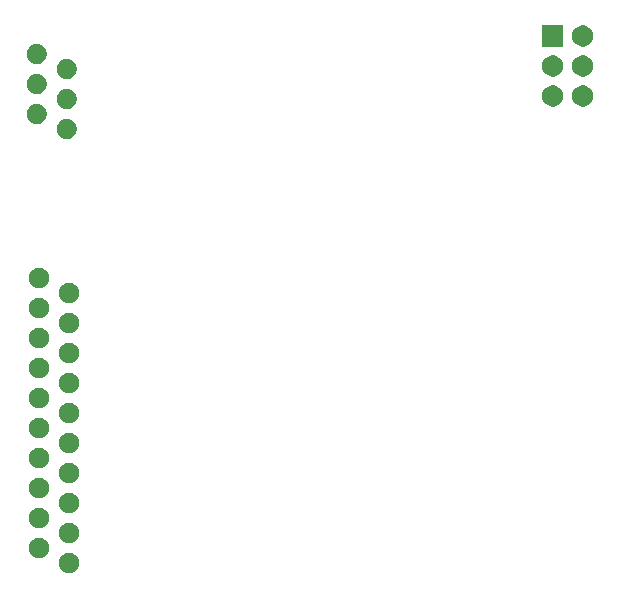
<source format=gbs>
G04 #@! TF.GenerationSoftware,KiCad,Pcbnew,5.0.2-bee76a0~70~ubuntu18.04.1*
G04 #@! TF.CreationDate,2019-04-03T21:09:33-04:00*
G04 #@! TF.ProjectId,Brakelight_Shutdown_BSPD,4272616b-656c-4696-9768-745f53687574,rev?*
G04 #@! TF.SameCoordinates,Original*
G04 #@! TF.FileFunction,Soldermask,Bot*
G04 #@! TF.FilePolarity,Negative*
%FSLAX46Y46*%
G04 Gerber Fmt 4.6, Leading zero omitted, Abs format (unit mm)*
G04 Created by KiCad (PCBNEW 5.0.2-bee76a0~70~ubuntu18.04.1) date Wed 03 Apr 2019 09:09:33 PM EDT*
%MOMM*%
%LPD*%
G01*
G04 APERTURE LIST*
%ADD10C,2.000000*%
G04 APERTURE END LIST*
D10*
G36*
X167887934Y-97023464D02*
X168042627Y-97087540D01*
X168181847Y-97180564D01*
X168300236Y-97298953D01*
X168393260Y-97438173D01*
X168457336Y-97592866D01*
X168490000Y-97757081D01*
X168490000Y-97924519D01*
X168457336Y-98088734D01*
X168393260Y-98243427D01*
X168300236Y-98382647D01*
X168181847Y-98501036D01*
X168042627Y-98594060D01*
X167887934Y-98658136D01*
X167723719Y-98690800D01*
X167556281Y-98690800D01*
X167392066Y-98658136D01*
X167237373Y-98594060D01*
X167098153Y-98501036D01*
X166979764Y-98382647D01*
X166886740Y-98243427D01*
X166822664Y-98088734D01*
X166790000Y-97924519D01*
X166790000Y-97757081D01*
X166822664Y-97592866D01*
X166886740Y-97438173D01*
X166979764Y-97298953D01*
X167098153Y-97180564D01*
X167237373Y-97087540D01*
X167392066Y-97023464D01*
X167556281Y-96990800D01*
X167723719Y-96990800D01*
X167887934Y-97023464D01*
X167887934Y-97023464D01*
G37*
G36*
X165347934Y-95753464D02*
X165502627Y-95817540D01*
X165641847Y-95910564D01*
X165760236Y-96028953D01*
X165853260Y-96168173D01*
X165917336Y-96322866D01*
X165950000Y-96487081D01*
X165950000Y-96654519D01*
X165917336Y-96818734D01*
X165853260Y-96973427D01*
X165760236Y-97112647D01*
X165641847Y-97231036D01*
X165502627Y-97324060D01*
X165347934Y-97388136D01*
X165183719Y-97420800D01*
X165016281Y-97420800D01*
X164852066Y-97388136D01*
X164697373Y-97324060D01*
X164558153Y-97231036D01*
X164439764Y-97112647D01*
X164346740Y-96973427D01*
X164282664Y-96818734D01*
X164250000Y-96654519D01*
X164250000Y-96487081D01*
X164282664Y-96322866D01*
X164346740Y-96168173D01*
X164439764Y-96028953D01*
X164558153Y-95910564D01*
X164697373Y-95817540D01*
X164852066Y-95753464D01*
X165016281Y-95720800D01*
X165183719Y-95720800D01*
X165347934Y-95753464D01*
X165347934Y-95753464D01*
G37*
G36*
X167887934Y-94483464D02*
X168042627Y-94547540D01*
X168181847Y-94640564D01*
X168300236Y-94758953D01*
X168393260Y-94898173D01*
X168457336Y-95052866D01*
X168490000Y-95217081D01*
X168490000Y-95384519D01*
X168457336Y-95548734D01*
X168393260Y-95703427D01*
X168300236Y-95842647D01*
X168181847Y-95961036D01*
X168042627Y-96054060D01*
X167887934Y-96118136D01*
X167723719Y-96150800D01*
X167556281Y-96150800D01*
X167392066Y-96118136D01*
X167237373Y-96054060D01*
X167098153Y-95961036D01*
X166979764Y-95842647D01*
X166886740Y-95703427D01*
X166822664Y-95548734D01*
X166790000Y-95384519D01*
X166790000Y-95217081D01*
X166822664Y-95052866D01*
X166886740Y-94898173D01*
X166979764Y-94758953D01*
X167098153Y-94640564D01*
X167237373Y-94547540D01*
X167392066Y-94483464D01*
X167556281Y-94450800D01*
X167723719Y-94450800D01*
X167887934Y-94483464D01*
X167887934Y-94483464D01*
G37*
G36*
X165347934Y-93213464D02*
X165502627Y-93277540D01*
X165641847Y-93370564D01*
X165760236Y-93488953D01*
X165853260Y-93628173D01*
X165917336Y-93782866D01*
X165950000Y-93947081D01*
X165950000Y-94114519D01*
X165917336Y-94278734D01*
X165853260Y-94433427D01*
X165760236Y-94572647D01*
X165641847Y-94691036D01*
X165502627Y-94784060D01*
X165347934Y-94848136D01*
X165183719Y-94880800D01*
X165016281Y-94880800D01*
X164852066Y-94848136D01*
X164697373Y-94784060D01*
X164558153Y-94691036D01*
X164439764Y-94572647D01*
X164346740Y-94433427D01*
X164282664Y-94278734D01*
X164250000Y-94114519D01*
X164250000Y-93947081D01*
X164282664Y-93782866D01*
X164346740Y-93628173D01*
X164439764Y-93488953D01*
X164558153Y-93370564D01*
X164697373Y-93277540D01*
X164852066Y-93213464D01*
X165016281Y-93180800D01*
X165183719Y-93180800D01*
X165347934Y-93213464D01*
X165347934Y-93213464D01*
G37*
G36*
X167887934Y-91943464D02*
X168042627Y-92007540D01*
X168181847Y-92100564D01*
X168300236Y-92218953D01*
X168393260Y-92358173D01*
X168457336Y-92512866D01*
X168490000Y-92677081D01*
X168490000Y-92844519D01*
X168457336Y-93008734D01*
X168393260Y-93163427D01*
X168300236Y-93302647D01*
X168181847Y-93421036D01*
X168042627Y-93514060D01*
X167887934Y-93578136D01*
X167723719Y-93610800D01*
X167556281Y-93610800D01*
X167392066Y-93578136D01*
X167237373Y-93514060D01*
X167098153Y-93421036D01*
X166979764Y-93302647D01*
X166886740Y-93163427D01*
X166822664Y-93008734D01*
X166790000Y-92844519D01*
X166790000Y-92677081D01*
X166822664Y-92512866D01*
X166886740Y-92358173D01*
X166979764Y-92218953D01*
X167098153Y-92100564D01*
X167237373Y-92007540D01*
X167392066Y-91943464D01*
X167556281Y-91910800D01*
X167723719Y-91910800D01*
X167887934Y-91943464D01*
X167887934Y-91943464D01*
G37*
G36*
X165347934Y-90673464D02*
X165502627Y-90737540D01*
X165641847Y-90830564D01*
X165760236Y-90948953D01*
X165853260Y-91088173D01*
X165917336Y-91242866D01*
X165950000Y-91407081D01*
X165950000Y-91574519D01*
X165917336Y-91738734D01*
X165853260Y-91893427D01*
X165760236Y-92032647D01*
X165641847Y-92151036D01*
X165502627Y-92244060D01*
X165347934Y-92308136D01*
X165183719Y-92340800D01*
X165016281Y-92340800D01*
X164852066Y-92308136D01*
X164697373Y-92244060D01*
X164558153Y-92151036D01*
X164439764Y-92032647D01*
X164346740Y-91893427D01*
X164282664Y-91738734D01*
X164250000Y-91574519D01*
X164250000Y-91407081D01*
X164282664Y-91242866D01*
X164346740Y-91088173D01*
X164439764Y-90948953D01*
X164558153Y-90830564D01*
X164697373Y-90737540D01*
X164852066Y-90673464D01*
X165016281Y-90640800D01*
X165183719Y-90640800D01*
X165347934Y-90673464D01*
X165347934Y-90673464D01*
G37*
G36*
X167887934Y-89403464D02*
X168042627Y-89467540D01*
X168181847Y-89560564D01*
X168300236Y-89678953D01*
X168393260Y-89818173D01*
X168457336Y-89972866D01*
X168490000Y-90137081D01*
X168490000Y-90304519D01*
X168457336Y-90468734D01*
X168393260Y-90623427D01*
X168300236Y-90762647D01*
X168181847Y-90881036D01*
X168042627Y-90974060D01*
X167887934Y-91038136D01*
X167723719Y-91070800D01*
X167556281Y-91070800D01*
X167392066Y-91038136D01*
X167237373Y-90974060D01*
X167098153Y-90881036D01*
X166979764Y-90762647D01*
X166886740Y-90623427D01*
X166822664Y-90468734D01*
X166790000Y-90304519D01*
X166790000Y-90137081D01*
X166822664Y-89972866D01*
X166886740Y-89818173D01*
X166979764Y-89678953D01*
X167098153Y-89560564D01*
X167237373Y-89467540D01*
X167392066Y-89403464D01*
X167556281Y-89370800D01*
X167723719Y-89370800D01*
X167887934Y-89403464D01*
X167887934Y-89403464D01*
G37*
G36*
X165347934Y-88133464D02*
X165502627Y-88197540D01*
X165641847Y-88290564D01*
X165760236Y-88408953D01*
X165853260Y-88548173D01*
X165917336Y-88702866D01*
X165950000Y-88867081D01*
X165950000Y-89034519D01*
X165917336Y-89198734D01*
X165853260Y-89353427D01*
X165760236Y-89492647D01*
X165641847Y-89611036D01*
X165502627Y-89704060D01*
X165347934Y-89768136D01*
X165183719Y-89800800D01*
X165016281Y-89800800D01*
X164852066Y-89768136D01*
X164697373Y-89704060D01*
X164558153Y-89611036D01*
X164439764Y-89492647D01*
X164346740Y-89353427D01*
X164282664Y-89198734D01*
X164250000Y-89034519D01*
X164250000Y-88867081D01*
X164282664Y-88702866D01*
X164346740Y-88548173D01*
X164439764Y-88408953D01*
X164558153Y-88290564D01*
X164697373Y-88197540D01*
X164852066Y-88133464D01*
X165016281Y-88100800D01*
X165183719Y-88100800D01*
X165347934Y-88133464D01*
X165347934Y-88133464D01*
G37*
G36*
X167887934Y-86863464D02*
X168042627Y-86927540D01*
X168181847Y-87020564D01*
X168300236Y-87138953D01*
X168393260Y-87278173D01*
X168457336Y-87432866D01*
X168490000Y-87597081D01*
X168490000Y-87764519D01*
X168457336Y-87928734D01*
X168393260Y-88083427D01*
X168300236Y-88222647D01*
X168181847Y-88341036D01*
X168042627Y-88434060D01*
X167887934Y-88498136D01*
X167723719Y-88530800D01*
X167556281Y-88530800D01*
X167392066Y-88498136D01*
X167237373Y-88434060D01*
X167098153Y-88341036D01*
X166979764Y-88222647D01*
X166886740Y-88083427D01*
X166822664Y-87928734D01*
X166790000Y-87764519D01*
X166790000Y-87597081D01*
X166822664Y-87432866D01*
X166886740Y-87278173D01*
X166979764Y-87138953D01*
X167098153Y-87020564D01*
X167237373Y-86927540D01*
X167392066Y-86863464D01*
X167556281Y-86830800D01*
X167723719Y-86830800D01*
X167887934Y-86863464D01*
X167887934Y-86863464D01*
G37*
G36*
X165347934Y-85593464D02*
X165502627Y-85657540D01*
X165641847Y-85750564D01*
X165760236Y-85868953D01*
X165853260Y-86008173D01*
X165917336Y-86162866D01*
X165950000Y-86327081D01*
X165950000Y-86494519D01*
X165917336Y-86658734D01*
X165853260Y-86813427D01*
X165760236Y-86952647D01*
X165641847Y-87071036D01*
X165502627Y-87164060D01*
X165347934Y-87228136D01*
X165183719Y-87260800D01*
X165016281Y-87260800D01*
X164852066Y-87228136D01*
X164697373Y-87164060D01*
X164558153Y-87071036D01*
X164439764Y-86952647D01*
X164346740Y-86813427D01*
X164282664Y-86658734D01*
X164250000Y-86494519D01*
X164250000Y-86327081D01*
X164282664Y-86162866D01*
X164346740Y-86008173D01*
X164439764Y-85868953D01*
X164558153Y-85750564D01*
X164697373Y-85657540D01*
X164852066Y-85593464D01*
X165016281Y-85560800D01*
X165183719Y-85560800D01*
X165347934Y-85593464D01*
X165347934Y-85593464D01*
G37*
G36*
X167887934Y-84323464D02*
X168042627Y-84387540D01*
X168181847Y-84480564D01*
X168300236Y-84598953D01*
X168393260Y-84738173D01*
X168457336Y-84892866D01*
X168490000Y-85057081D01*
X168490000Y-85224519D01*
X168457336Y-85388734D01*
X168393260Y-85543427D01*
X168300236Y-85682647D01*
X168181847Y-85801036D01*
X168042627Y-85894060D01*
X167887934Y-85958136D01*
X167723719Y-85990800D01*
X167556281Y-85990800D01*
X167392066Y-85958136D01*
X167237373Y-85894060D01*
X167098153Y-85801036D01*
X166979764Y-85682647D01*
X166886740Y-85543427D01*
X166822664Y-85388734D01*
X166790000Y-85224519D01*
X166790000Y-85057081D01*
X166822664Y-84892866D01*
X166886740Y-84738173D01*
X166979764Y-84598953D01*
X167098153Y-84480564D01*
X167237373Y-84387540D01*
X167392066Y-84323464D01*
X167556281Y-84290800D01*
X167723719Y-84290800D01*
X167887934Y-84323464D01*
X167887934Y-84323464D01*
G37*
G36*
X165347934Y-83053464D02*
X165502627Y-83117540D01*
X165641847Y-83210564D01*
X165760236Y-83328953D01*
X165853260Y-83468173D01*
X165917336Y-83622866D01*
X165950000Y-83787081D01*
X165950000Y-83954519D01*
X165917336Y-84118734D01*
X165853260Y-84273427D01*
X165760236Y-84412647D01*
X165641847Y-84531036D01*
X165502627Y-84624060D01*
X165347934Y-84688136D01*
X165183719Y-84720800D01*
X165016281Y-84720800D01*
X164852066Y-84688136D01*
X164697373Y-84624060D01*
X164558153Y-84531036D01*
X164439764Y-84412647D01*
X164346740Y-84273427D01*
X164282664Y-84118734D01*
X164250000Y-83954519D01*
X164250000Y-83787081D01*
X164282664Y-83622866D01*
X164346740Y-83468173D01*
X164439764Y-83328953D01*
X164558153Y-83210564D01*
X164697373Y-83117540D01*
X164852066Y-83053464D01*
X165016281Y-83020800D01*
X165183719Y-83020800D01*
X165347934Y-83053464D01*
X165347934Y-83053464D01*
G37*
G36*
X167887934Y-81783464D02*
X168042627Y-81847540D01*
X168181847Y-81940564D01*
X168300236Y-82058953D01*
X168393260Y-82198173D01*
X168457336Y-82352866D01*
X168490000Y-82517081D01*
X168490000Y-82684519D01*
X168457336Y-82848734D01*
X168393260Y-83003427D01*
X168300236Y-83142647D01*
X168181847Y-83261036D01*
X168042627Y-83354060D01*
X167887934Y-83418136D01*
X167723719Y-83450800D01*
X167556281Y-83450800D01*
X167392066Y-83418136D01*
X167237373Y-83354060D01*
X167098153Y-83261036D01*
X166979764Y-83142647D01*
X166886740Y-83003427D01*
X166822664Y-82848734D01*
X166790000Y-82684519D01*
X166790000Y-82517081D01*
X166822664Y-82352866D01*
X166886740Y-82198173D01*
X166979764Y-82058953D01*
X167098153Y-81940564D01*
X167237373Y-81847540D01*
X167392066Y-81783464D01*
X167556281Y-81750800D01*
X167723719Y-81750800D01*
X167887934Y-81783464D01*
X167887934Y-81783464D01*
G37*
G36*
X165347934Y-80513464D02*
X165502627Y-80577540D01*
X165641847Y-80670564D01*
X165760236Y-80788953D01*
X165853260Y-80928173D01*
X165917336Y-81082866D01*
X165950000Y-81247081D01*
X165950000Y-81414519D01*
X165917336Y-81578734D01*
X165853260Y-81733427D01*
X165760236Y-81872647D01*
X165641847Y-81991036D01*
X165502627Y-82084060D01*
X165347934Y-82148136D01*
X165183719Y-82180800D01*
X165016281Y-82180800D01*
X164852066Y-82148136D01*
X164697373Y-82084060D01*
X164558153Y-81991036D01*
X164439764Y-81872647D01*
X164346740Y-81733427D01*
X164282664Y-81578734D01*
X164250000Y-81414519D01*
X164250000Y-81247081D01*
X164282664Y-81082866D01*
X164346740Y-80928173D01*
X164439764Y-80788953D01*
X164558153Y-80670564D01*
X164697373Y-80577540D01*
X164852066Y-80513464D01*
X165016281Y-80480800D01*
X165183719Y-80480800D01*
X165347934Y-80513464D01*
X165347934Y-80513464D01*
G37*
G36*
X167887934Y-79243464D02*
X168042627Y-79307540D01*
X168181847Y-79400564D01*
X168300236Y-79518953D01*
X168393260Y-79658173D01*
X168457336Y-79812866D01*
X168490000Y-79977081D01*
X168490000Y-80144519D01*
X168457336Y-80308734D01*
X168393260Y-80463427D01*
X168300236Y-80602647D01*
X168181847Y-80721036D01*
X168042627Y-80814060D01*
X167887934Y-80878136D01*
X167723719Y-80910800D01*
X167556281Y-80910800D01*
X167392066Y-80878136D01*
X167237373Y-80814060D01*
X167098153Y-80721036D01*
X166979764Y-80602647D01*
X166886740Y-80463427D01*
X166822664Y-80308734D01*
X166790000Y-80144519D01*
X166790000Y-79977081D01*
X166822664Y-79812866D01*
X166886740Y-79658173D01*
X166979764Y-79518953D01*
X167098153Y-79400564D01*
X167237373Y-79307540D01*
X167392066Y-79243464D01*
X167556281Y-79210800D01*
X167723719Y-79210800D01*
X167887934Y-79243464D01*
X167887934Y-79243464D01*
G37*
G36*
X165347934Y-77973464D02*
X165502627Y-78037540D01*
X165641847Y-78130564D01*
X165760236Y-78248953D01*
X165853260Y-78388173D01*
X165917336Y-78542866D01*
X165950000Y-78707081D01*
X165950000Y-78874519D01*
X165917336Y-79038734D01*
X165853260Y-79193427D01*
X165760236Y-79332647D01*
X165641847Y-79451036D01*
X165502627Y-79544060D01*
X165347934Y-79608136D01*
X165183719Y-79640800D01*
X165016281Y-79640800D01*
X164852066Y-79608136D01*
X164697373Y-79544060D01*
X164558153Y-79451036D01*
X164439764Y-79332647D01*
X164346740Y-79193427D01*
X164282664Y-79038734D01*
X164250000Y-78874519D01*
X164250000Y-78707081D01*
X164282664Y-78542866D01*
X164346740Y-78388173D01*
X164439764Y-78248953D01*
X164558153Y-78130564D01*
X164697373Y-78037540D01*
X164852066Y-77973464D01*
X165016281Y-77940800D01*
X165183719Y-77940800D01*
X165347934Y-77973464D01*
X165347934Y-77973464D01*
G37*
G36*
X167887934Y-76703464D02*
X168042627Y-76767540D01*
X168181847Y-76860564D01*
X168300236Y-76978953D01*
X168393260Y-77118173D01*
X168457336Y-77272866D01*
X168490000Y-77437081D01*
X168490000Y-77604519D01*
X168457336Y-77768734D01*
X168393260Y-77923427D01*
X168300236Y-78062647D01*
X168181847Y-78181036D01*
X168042627Y-78274060D01*
X167887934Y-78338136D01*
X167723719Y-78370800D01*
X167556281Y-78370800D01*
X167392066Y-78338136D01*
X167237373Y-78274060D01*
X167098153Y-78181036D01*
X166979764Y-78062647D01*
X166886740Y-77923427D01*
X166822664Y-77768734D01*
X166790000Y-77604519D01*
X166790000Y-77437081D01*
X166822664Y-77272866D01*
X166886740Y-77118173D01*
X166979764Y-76978953D01*
X167098153Y-76860564D01*
X167237373Y-76767540D01*
X167392066Y-76703464D01*
X167556281Y-76670800D01*
X167723719Y-76670800D01*
X167887934Y-76703464D01*
X167887934Y-76703464D01*
G37*
G36*
X165347934Y-75433464D02*
X165502627Y-75497540D01*
X165641847Y-75590564D01*
X165760236Y-75708953D01*
X165853260Y-75848173D01*
X165917336Y-76002866D01*
X165950000Y-76167081D01*
X165950000Y-76334519D01*
X165917336Y-76498734D01*
X165853260Y-76653427D01*
X165760236Y-76792647D01*
X165641847Y-76911036D01*
X165502627Y-77004060D01*
X165347934Y-77068136D01*
X165183719Y-77100800D01*
X165016281Y-77100800D01*
X164852066Y-77068136D01*
X164697373Y-77004060D01*
X164558153Y-76911036D01*
X164439764Y-76792647D01*
X164346740Y-76653427D01*
X164282664Y-76498734D01*
X164250000Y-76334519D01*
X164250000Y-76167081D01*
X164282664Y-76002866D01*
X164346740Y-75848173D01*
X164439764Y-75708953D01*
X164558153Y-75590564D01*
X164697373Y-75497540D01*
X164852066Y-75433464D01*
X165016281Y-75400800D01*
X165183719Y-75400800D01*
X165347934Y-75433464D01*
X165347934Y-75433464D01*
G37*
G36*
X167887934Y-74163464D02*
X168042627Y-74227540D01*
X168181847Y-74320564D01*
X168300236Y-74438953D01*
X168393260Y-74578173D01*
X168457336Y-74732866D01*
X168490000Y-74897081D01*
X168490000Y-75064519D01*
X168457336Y-75228734D01*
X168393260Y-75383427D01*
X168300236Y-75522647D01*
X168181847Y-75641036D01*
X168042627Y-75734060D01*
X167887934Y-75798136D01*
X167723719Y-75830800D01*
X167556281Y-75830800D01*
X167392066Y-75798136D01*
X167237373Y-75734060D01*
X167098153Y-75641036D01*
X166979764Y-75522647D01*
X166886740Y-75383427D01*
X166822664Y-75228734D01*
X166790000Y-75064519D01*
X166790000Y-74897081D01*
X166822664Y-74732866D01*
X166886740Y-74578173D01*
X166979764Y-74438953D01*
X167098153Y-74320564D01*
X167237373Y-74227540D01*
X167392066Y-74163464D01*
X167556281Y-74130800D01*
X167723719Y-74130800D01*
X167887934Y-74163464D01*
X167887934Y-74163464D01*
G37*
G36*
X165347934Y-72893464D02*
X165502627Y-72957540D01*
X165641847Y-73050564D01*
X165760236Y-73168953D01*
X165853260Y-73308173D01*
X165917336Y-73462866D01*
X165950000Y-73627081D01*
X165950000Y-73794519D01*
X165917336Y-73958734D01*
X165853260Y-74113427D01*
X165760236Y-74252647D01*
X165641847Y-74371036D01*
X165502627Y-74464060D01*
X165347934Y-74528136D01*
X165183719Y-74560800D01*
X165016281Y-74560800D01*
X164852066Y-74528136D01*
X164697373Y-74464060D01*
X164558153Y-74371036D01*
X164439764Y-74252647D01*
X164346740Y-74113427D01*
X164282664Y-73958734D01*
X164250000Y-73794519D01*
X164250000Y-73627081D01*
X164282664Y-73462866D01*
X164346740Y-73308173D01*
X164439764Y-73168953D01*
X164558153Y-73050564D01*
X164697373Y-72957540D01*
X164852066Y-72893464D01*
X165016281Y-72860800D01*
X165183719Y-72860800D01*
X165347934Y-72893464D01*
X165347934Y-72893464D01*
G37*
G36*
X167684734Y-60295064D02*
X167839427Y-60359140D01*
X167978647Y-60452164D01*
X168097036Y-60570553D01*
X168190060Y-60709773D01*
X168254136Y-60864466D01*
X168286800Y-61028681D01*
X168286800Y-61196119D01*
X168254136Y-61360334D01*
X168190060Y-61515027D01*
X168097036Y-61654247D01*
X167978647Y-61772636D01*
X167839427Y-61865660D01*
X167684734Y-61929736D01*
X167520519Y-61962400D01*
X167353081Y-61962400D01*
X167188866Y-61929736D01*
X167034173Y-61865660D01*
X166894953Y-61772636D01*
X166776564Y-61654247D01*
X166683540Y-61515027D01*
X166619464Y-61360334D01*
X166586800Y-61196119D01*
X166586800Y-61028681D01*
X166619464Y-60864466D01*
X166683540Y-60709773D01*
X166776564Y-60570553D01*
X166894953Y-60452164D01*
X167034173Y-60359140D01*
X167188866Y-60295064D01*
X167353081Y-60262400D01*
X167520519Y-60262400D01*
X167684734Y-60295064D01*
X167684734Y-60295064D01*
G37*
G36*
X165144734Y-59025064D02*
X165299427Y-59089140D01*
X165438647Y-59182164D01*
X165557036Y-59300553D01*
X165650060Y-59439773D01*
X165714136Y-59594466D01*
X165746800Y-59758681D01*
X165746800Y-59926119D01*
X165714136Y-60090334D01*
X165650060Y-60245027D01*
X165557036Y-60384247D01*
X165438647Y-60502636D01*
X165299427Y-60595660D01*
X165144734Y-60659736D01*
X164980519Y-60692400D01*
X164813081Y-60692400D01*
X164648866Y-60659736D01*
X164494173Y-60595660D01*
X164354953Y-60502636D01*
X164236564Y-60384247D01*
X164143540Y-60245027D01*
X164079464Y-60090334D01*
X164046800Y-59926119D01*
X164046800Y-59758681D01*
X164079464Y-59594466D01*
X164143540Y-59439773D01*
X164236564Y-59300553D01*
X164354953Y-59182164D01*
X164494173Y-59089140D01*
X164648866Y-59025064D01*
X164813081Y-58992400D01*
X164980519Y-58992400D01*
X165144734Y-59025064D01*
X165144734Y-59025064D01*
G37*
G36*
X167684734Y-57755064D02*
X167839427Y-57819140D01*
X167978647Y-57912164D01*
X168097036Y-58030553D01*
X168190060Y-58169773D01*
X168254136Y-58324466D01*
X168286800Y-58488681D01*
X168286800Y-58656119D01*
X168254136Y-58820334D01*
X168190060Y-58975027D01*
X168097036Y-59114247D01*
X167978647Y-59232636D01*
X167839427Y-59325660D01*
X167684734Y-59389736D01*
X167520519Y-59422400D01*
X167353081Y-59422400D01*
X167188866Y-59389736D01*
X167034173Y-59325660D01*
X166894953Y-59232636D01*
X166776564Y-59114247D01*
X166683540Y-58975027D01*
X166619464Y-58820334D01*
X166586800Y-58656119D01*
X166586800Y-58488681D01*
X166619464Y-58324466D01*
X166683540Y-58169773D01*
X166776564Y-58030553D01*
X166894953Y-57912164D01*
X167034173Y-57819140D01*
X167188866Y-57755064D01*
X167353081Y-57722400D01*
X167520519Y-57722400D01*
X167684734Y-57755064D01*
X167684734Y-57755064D01*
G37*
G36*
X211387321Y-57452986D02*
X211551109Y-57520829D01*
X211698520Y-57619326D01*
X211823874Y-57744680D01*
X211922371Y-57892091D01*
X211990214Y-58055879D01*
X212024800Y-58229756D01*
X212024800Y-58407044D01*
X211990214Y-58580921D01*
X211922371Y-58744709D01*
X211823874Y-58892120D01*
X211698520Y-59017474D01*
X211551109Y-59115971D01*
X211387321Y-59183814D01*
X211213444Y-59218400D01*
X211036156Y-59218400D01*
X210862279Y-59183814D01*
X210698491Y-59115971D01*
X210551080Y-59017474D01*
X210425726Y-58892120D01*
X210327229Y-58744709D01*
X210259386Y-58580921D01*
X210224800Y-58407044D01*
X210224800Y-58229756D01*
X210259386Y-58055879D01*
X210327229Y-57892091D01*
X210425726Y-57744680D01*
X210551080Y-57619326D01*
X210698491Y-57520829D01*
X210862279Y-57452986D01*
X211036156Y-57418400D01*
X211213444Y-57418400D01*
X211387321Y-57452986D01*
X211387321Y-57452986D01*
G37*
G36*
X208847321Y-57452986D02*
X209011109Y-57520829D01*
X209158520Y-57619326D01*
X209283874Y-57744680D01*
X209382371Y-57892091D01*
X209450214Y-58055879D01*
X209484800Y-58229756D01*
X209484800Y-58407044D01*
X209450214Y-58580921D01*
X209382371Y-58744709D01*
X209283874Y-58892120D01*
X209158520Y-59017474D01*
X209011109Y-59115971D01*
X208847321Y-59183814D01*
X208673444Y-59218400D01*
X208496156Y-59218400D01*
X208322279Y-59183814D01*
X208158491Y-59115971D01*
X208011080Y-59017474D01*
X207885726Y-58892120D01*
X207787229Y-58744709D01*
X207719386Y-58580921D01*
X207684800Y-58407044D01*
X207684800Y-58229756D01*
X207719386Y-58055879D01*
X207787229Y-57892091D01*
X207885726Y-57744680D01*
X208011080Y-57619326D01*
X208158491Y-57520829D01*
X208322279Y-57452986D01*
X208496156Y-57418400D01*
X208673444Y-57418400D01*
X208847321Y-57452986D01*
X208847321Y-57452986D01*
G37*
G36*
X165144734Y-56485064D02*
X165299427Y-56549140D01*
X165438647Y-56642164D01*
X165557036Y-56760553D01*
X165650060Y-56899773D01*
X165714136Y-57054466D01*
X165746800Y-57218681D01*
X165746800Y-57386119D01*
X165714136Y-57550334D01*
X165650060Y-57705027D01*
X165557036Y-57844247D01*
X165438647Y-57962636D01*
X165299427Y-58055660D01*
X165144734Y-58119736D01*
X164980519Y-58152400D01*
X164813081Y-58152400D01*
X164648866Y-58119736D01*
X164494173Y-58055660D01*
X164354953Y-57962636D01*
X164236564Y-57844247D01*
X164143540Y-57705027D01*
X164079464Y-57550334D01*
X164046800Y-57386119D01*
X164046800Y-57218681D01*
X164079464Y-57054466D01*
X164143540Y-56899773D01*
X164236564Y-56760553D01*
X164354953Y-56642164D01*
X164494173Y-56549140D01*
X164648866Y-56485064D01*
X164813081Y-56452400D01*
X164980519Y-56452400D01*
X165144734Y-56485064D01*
X165144734Y-56485064D01*
G37*
G36*
X167684734Y-55215064D02*
X167839427Y-55279140D01*
X167978647Y-55372164D01*
X168097036Y-55490553D01*
X168190060Y-55629773D01*
X168254136Y-55784466D01*
X168286800Y-55948681D01*
X168286800Y-56116119D01*
X168254136Y-56280334D01*
X168190060Y-56435027D01*
X168097036Y-56574247D01*
X167978647Y-56692636D01*
X167839427Y-56785660D01*
X167684734Y-56849736D01*
X167520519Y-56882400D01*
X167353081Y-56882400D01*
X167188866Y-56849736D01*
X167034173Y-56785660D01*
X166894953Y-56692636D01*
X166776564Y-56574247D01*
X166683540Y-56435027D01*
X166619464Y-56280334D01*
X166586800Y-56116119D01*
X166586800Y-55948681D01*
X166619464Y-55784466D01*
X166683540Y-55629773D01*
X166776564Y-55490553D01*
X166894953Y-55372164D01*
X167034173Y-55279140D01*
X167188866Y-55215064D01*
X167353081Y-55182400D01*
X167520519Y-55182400D01*
X167684734Y-55215064D01*
X167684734Y-55215064D01*
G37*
G36*
X211387321Y-54912986D02*
X211551109Y-54980829D01*
X211698520Y-55079326D01*
X211823874Y-55204680D01*
X211922371Y-55352091D01*
X211990214Y-55515879D01*
X212024800Y-55689756D01*
X212024800Y-55867044D01*
X211990214Y-56040921D01*
X211922371Y-56204709D01*
X211823874Y-56352120D01*
X211698520Y-56477474D01*
X211551109Y-56575971D01*
X211387321Y-56643814D01*
X211213444Y-56678400D01*
X211036156Y-56678400D01*
X210862279Y-56643814D01*
X210698491Y-56575971D01*
X210551080Y-56477474D01*
X210425726Y-56352120D01*
X210327229Y-56204709D01*
X210259386Y-56040921D01*
X210224800Y-55867044D01*
X210224800Y-55689756D01*
X210259386Y-55515879D01*
X210327229Y-55352091D01*
X210425726Y-55204680D01*
X210551080Y-55079326D01*
X210698491Y-54980829D01*
X210862279Y-54912986D01*
X211036156Y-54878400D01*
X211213444Y-54878400D01*
X211387321Y-54912986D01*
X211387321Y-54912986D01*
G37*
G36*
X208847321Y-54912986D02*
X209011109Y-54980829D01*
X209158520Y-55079326D01*
X209283874Y-55204680D01*
X209382371Y-55352091D01*
X209450214Y-55515879D01*
X209484800Y-55689756D01*
X209484800Y-55867044D01*
X209450214Y-56040921D01*
X209382371Y-56204709D01*
X209283874Y-56352120D01*
X209158520Y-56477474D01*
X209011109Y-56575971D01*
X208847321Y-56643814D01*
X208673444Y-56678400D01*
X208496156Y-56678400D01*
X208322279Y-56643814D01*
X208158491Y-56575971D01*
X208011080Y-56477474D01*
X207885726Y-56352120D01*
X207787229Y-56204709D01*
X207719386Y-56040921D01*
X207684800Y-55867044D01*
X207684800Y-55689756D01*
X207719386Y-55515879D01*
X207787229Y-55352091D01*
X207885726Y-55204680D01*
X208011080Y-55079326D01*
X208158491Y-54980829D01*
X208322279Y-54912986D01*
X208496156Y-54878400D01*
X208673444Y-54878400D01*
X208847321Y-54912986D01*
X208847321Y-54912986D01*
G37*
G36*
X165144734Y-53945064D02*
X165299427Y-54009140D01*
X165438647Y-54102164D01*
X165557036Y-54220553D01*
X165650060Y-54359773D01*
X165714136Y-54514466D01*
X165746800Y-54678681D01*
X165746800Y-54846119D01*
X165714136Y-55010334D01*
X165650060Y-55165027D01*
X165557036Y-55304247D01*
X165438647Y-55422636D01*
X165299427Y-55515660D01*
X165144734Y-55579736D01*
X164980519Y-55612400D01*
X164813081Y-55612400D01*
X164648866Y-55579736D01*
X164494173Y-55515660D01*
X164354953Y-55422636D01*
X164236564Y-55304247D01*
X164143540Y-55165027D01*
X164079464Y-55010334D01*
X164046800Y-54846119D01*
X164046800Y-54678681D01*
X164079464Y-54514466D01*
X164143540Y-54359773D01*
X164236564Y-54220553D01*
X164354953Y-54102164D01*
X164494173Y-54009140D01*
X164648866Y-53945064D01*
X164813081Y-53912400D01*
X164980519Y-53912400D01*
X165144734Y-53945064D01*
X165144734Y-53945064D01*
G37*
G36*
X211387321Y-52372986D02*
X211551109Y-52440829D01*
X211698520Y-52539326D01*
X211823874Y-52664680D01*
X211922371Y-52812091D01*
X211990214Y-52975879D01*
X212024800Y-53149756D01*
X212024800Y-53327044D01*
X211990214Y-53500921D01*
X211922371Y-53664709D01*
X211823874Y-53812120D01*
X211698520Y-53937474D01*
X211551109Y-54035971D01*
X211387321Y-54103814D01*
X211213444Y-54138400D01*
X211036156Y-54138400D01*
X210862279Y-54103814D01*
X210698491Y-54035971D01*
X210551080Y-53937474D01*
X210425726Y-53812120D01*
X210327229Y-53664709D01*
X210259386Y-53500921D01*
X210224800Y-53327044D01*
X210224800Y-53149756D01*
X210259386Y-52975879D01*
X210327229Y-52812091D01*
X210425726Y-52664680D01*
X210551080Y-52539326D01*
X210698491Y-52440829D01*
X210862279Y-52372986D01*
X211036156Y-52338400D01*
X211213444Y-52338400D01*
X211387321Y-52372986D01*
X211387321Y-52372986D01*
G37*
G36*
X209484800Y-54138400D02*
X207684800Y-54138400D01*
X207684800Y-52338400D01*
X209484800Y-52338400D01*
X209484800Y-54138400D01*
X209484800Y-54138400D01*
G37*
M02*

</source>
